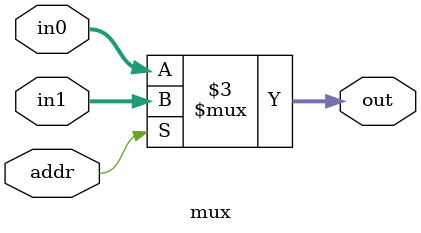
<source format=v>
module mux(out,in0,in1,addr);//2to1 MUX
  output[3:0] out;
  input[3:0] in0,in1;
  input addr;
  reg[3:0] out;

  always @(in0 or in1 or addr)	//地址为1'b0时，输出in0,地址为1'b1时，输出in1
    begin
	  if(addr)out=in1;
	  else out=in0;
	end
endmodule

</source>
